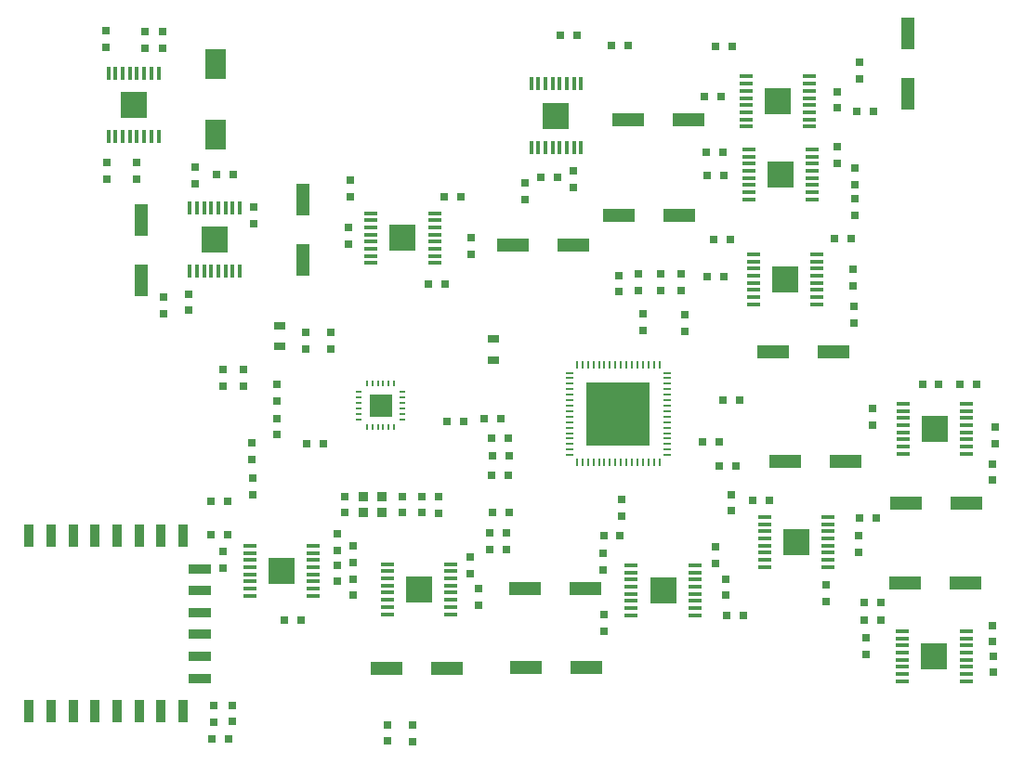
<source format=gtp>
G04 #@! TF.FileFunction,Paste,Top*
%FSLAX46Y46*%
G04 Gerber Fmt 4.6, Leading zero omitted, Abs format (unit mm)*
G04 Created by KiCad (PCBNEW 4.0.6-e0-6349~53~ubuntu16.04.1) date Sat Aug  5 15:27:13 2017*
%MOMM*%
%LPD*%
G01*
G04 APERTURE LIST*
%ADD10C,0.150000*%
%ADD11R,0.800608X0.719328*%
%ADD12R,0.800000X0.720000*%
%ADD13R,0.719328X0.800608*%
%ADD14R,0.720000X0.800000*%
%ADD15R,1.920240X2.800096*%
%ADD16R,1.117600X0.711200*%
%ADD17R,1.999488X1.999488*%
%ADD18O,0.199136X0.640080*%
%ADD19O,0.640080X0.199136*%
%ADD20R,0.200000X0.680000*%
%ADD21R,0.680000X0.200000*%
%ADD22R,5.720000X5.720000*%
%ADD23R,0.960000X0.880000*%
%ADD24R,0.800000X0.640000*%
%ADD25R,1.280160X2.879344*%
%ADD26R,2.879344X1.280160*%
%ADD27R,2.080000X0.880000*%
%ADD28R,0.880000X2.080000*%
%ADD29R,2.400000X2.400000*%
%ADD30R,1.200000X0.360000*%
%ADD31R,0.360000X1.200000*%
G04 APERTURE END LIST*
D10*
D11*
X132300000Y-99251840D03*
D12*
X132300000Y-97748160D03*
D11*
X130800000Y-99201840D03*
D12*
X130800000Y-97698160D03*
D11*
X129000000Y-99201840D03*
D12*
X129000000Y-97698160D03*
D11*
X123750000Y-99201840D03*
D12*
X123750000Y-97698160D03*
D11*
X122500000Y-82748160D03*
D12*
X122500000Y-84251840D03*
D13*
X113601840Y-68350000D03*
D14*
X112098160Y-68350000D03*
D11*
X129890000Y-120101840D03*
D12*
X129890000Y-118598160D03*
D11*
X149000000Y-99501840D03*
D12*
X149000000Y-97998160D03*
D13*
X156368160Y-92710000D03*
D14*
X157871840Y-92710000D03*
D13*
X136448160Y-90600000D03*
D14*
X137951840Y-90600000D03*
D13*
X159751840Y-88900000D03*
D14*
X158248160Y-88900000D03*
D15*
X112000000Y-58248800D03*
X112000000Y-64751200D03*
D16*
X137300000Y-85252500D03*
X137300000Y-83347500D03*
D11*
X120200000Y-82748160D03*
D12*
X120200000Y-84251840D03*
D13*
X134551840Y-90900000D03*
D14*
X133048160Y-90900000D03*
D11*
X154700000Y-81148160D03*
D12*
X154700000Y-82651840D03*
D11*
X148700000Y-77548160D03*
D12*
X148700000Y-79051840D03*
D11*
X154400000Y-78951840D03*
D12*
X154400000Y-77448160D03*
D11*
X150900000Y-81048160D03*
D12*
X150900000Y-82551840D03*
D11*
X124100000Y-73223160D03*
D12*
X124100000Y-74726840D03*
D11*
X110100000Y-69226840D03*
D12*
X110100000Y-67723160D03*
D11*
X107125000Y-55323160D03*
D12*
X107125000Y-56826840D03*
D13*
X141623160Y-68625000D03*
D14*
X143126840Y-68625000D03*
D11*
X124225000Y-70376840D03*
D12*
X124225000Y-68873160D03*
D11*
X105575000Y-56826840D03*
D12*
X105575000Y-55323160D03*
D11*
X144575000Y-68048160D03*
D12*
X144575000Y-69551840D03*
D11*
X115450000Y-72826840D03*
D12*
X115450000Y-71323160D03*
D13*
X132823160Y-70400000D03*
D14*
X134326840Y-70400000D03*
D11*
X102000000Y-56751840D03*
D12*
X102000000Y-55248160D03*
D11*
X140150000Y-70626840D03*
D12*
X140150000Y-69123160D03*
D11*
X168650000Y-62301840D03*
D12*
X168650000Y-60798160D03*
D11*
X170250000Y-69251840D03*
D12*
X170250000Y-67748160D03*
D11*
X170100000Y-78476840D03*
D12*
X170100000Y-76973160D03*
D11*
X170650000Y-58123160D03*
D12*
X170650000Y-59626840D03*
D11*
X168625000Y-67351840D03*
D12*
X168625000Y-65848160D03*
D11*
X171800000Y-89723160D03*
D12*
X171800000Y-91226840D03*
D13*
X168348160Y-74200000D03*
D14*
X169851840Y-74200000D03*
D13*
X176378160Y-87480000D03*
D14*
X177881840Y-87480000D03*
D13*
X171901840Y-62575000D03*
D14*
X170398160Y-62575000D03*
D11*
X170250000Y-70598160D03*
D12*
X170250000Y-72101840D03*
D11*
X170150000Y-81926840D03*
D12*
X170150000Y-80423160D03*
D13*
X181311840Y-87500000D03*
D14*
X179808160Y-87500000D03*
D11*
X182830000Y-113781840D03*
D12*
X182830000Y-112278160D03*
D11*
X170550000Y-102801840D03*
D12*
X170550000Y-101298160D03*
D11*
X158500000Y-106751840D03*
D12*
X158500000Y-105248160D03*
D11*
X182790000Y-110981840D03*
D12*
X182790000Y-109478160D03*
D11*
X135900000Y-107651840D03*
D12*
X135900000Y-106148160D03*
D13*
X170638160Y-99670000D03*
D14*
X172141840Y-99670000D03*
D11*
X157540000Y-103801840D03*
D12*
X157540000Y-102298160D03*
D11*
X135200000Y-104776840D03*
D12*
X135200000Y-103273160D03*
D13*
X171068160Y-107420000D03*
D14*
X172571840Y-107420000D03*
D11*
X167580000Y-107271840D03*
D12*
X167580000Y-105768160D03*
D13*
X160051840Y-108590000D03*
D14*
X158548160Y-108590000D03*
D11*
X147360000Y-109991840D03*
D12*
X147360000Y-108488160D03*
D16*
X117800000Y-82147500D03*
X117800000Y-84052500D03*
D13*
X138751840Y-99150000D03*
X137248160Y-99150000D03*
X138501840Y-101000000D03*
X136998160Y-101000000D03*
X138451840Y-102600000D03*
X136948160Y-102600000D03*
X120273160Y-92900000D03*
X121776840Y-92900000D03*
X157898160Y-94910000D03*
X159401840Y-94910000D03*
X138651840Y-92400000D03*
X137148160Y-92400000D03*
X138751840Y-94000000D03*
X137248160Y-94000000D03*
X138651840Y-95800000D03*
X137148160Y-95800000D03*
D11*
X117560000Y-89031840D03*
X117560000Y-87528160D03*
X117580000Y-90588160D03*
X117580000Y-92091840D03*
X115280000Y-94321840D03*
X115280000Y-92818160D03*
X115330000Y-96068160D03*
X115330000Y-97571840D03*
D13*
X113101840Y-98150000D03*
X111598160Y-98150000D03*
D11*
X127640000Y-118528160D03*
X127640000Y-120031840D03*
X112700000Y-87626840D03*
X112700000Y-86123160D03*
X114550000Y-86173160D03*
X114550000Y-87676840D03*
X109500000Y-80751840D03*
X109500000Y-79248160D03*
X135225000Y-74098160D03*
X135225000Y-75601840D03*
D13*
X143423160Y-55625000D03*
X144926840Y-55625000D03*
D11*
X107250000Y-79573160D03*
X107250000Y-81076840D03*
D13*
X131373160Y-78375000D03*
X132876840Y-78375000D03*
D11*
X104825000Y-67248160D03*
X104825000Y-68751840D03*
D13*
X148073160Y-56550000D03*
X149576840Y-56550000D03*
X158026840Y-61275000D03*
X156523160Y-61275000D03*
X158251840Y-68450000D03*
X156748160Y-68450000D03*
D11*
X102075000Y-67273160D03*
X102075000Y-68776840D03*
D13*
X158251840Y-77675000D03*
X156748160Y-77675000D03*
D11*
X183025000Y-91373160D03*
X183025000Y-92876840D03*
D13*
X159076840Y-56675000D03*
X157573160Y-56675000D03*
X156673160Y-66300000D03*
X158176840Y-66300000D03*
X158876840Y-74275000D03*
X157373160Y-74275000D03*
D11*
X182725000Y-96251840D03*
X182725000Y-94748160D03*
X171260000Y-112101840D03*
X171260000Y-110598160D03*
X158940000Y-99031840D03*
X158940000Y-97528160D03*
X147280000Y-104411840D03*
X147280000Y-102908160D03*
X124500000Y-106751840D03*
X124500000Y-105248160D03*
D13*
X172581840Y-108980000D03*
X171078160Y-108980000D03*
X162401840Y-98100000D03*
X160898160Y-98100000D03*
X148841840Y-101330000D03*
X147338160Y-101330000D03*
D11*
X124500000Y-102248160D03*
X124500000Y-103751840D03*
D17*
X127010000Y-89430000D03*
D18*
X125760320Y-91428980D03*
X126260700Y-91428980D03*
X126761080Y-91428980D03*
X127258920Y-91428980D03*
X127759300Y-91428980D03*
X128259680Y-91428980D03*
D19*
X129008980Y-90679680D03*
X129008980Y-90179300D03*
X129008980Y-89678920D03*
X129008980Y-89181080D03*
X129008980Y-88680700D03*
X129008980Y-88180320D03*
D18*
X128259680Y-87431020D03*
X127759300Y-87431020D03*
X127258920Y-87431020D03*
X126761080Y-87431020D03*
X126260700Y-87431020D03*
X125760320Y-87431020D03*
D19*
X125011020Y-88180320D03*
X125011020Y-88680700D03*
X125011020Y-89181080D03*
X125011020Y-89678920D03*
X125011020Y-90179300D03*
X125011020Y-90679680D03*
D20*
X151910000Y-94640000D03*
X152410000Y-94640000D03*
X148910000Y-94640000D03*
X149410000Y-94640000D03*
X150410000Y-94640000D03*
X149910000Y-94640000D03*
X151410000Y-94640000D03*
X150910000Y-94640000D03*
X146910000Y-94640000D03*
X147410000Y-94640000D03*
X148410000Y-94640000D03*
X147910000Y-94640000D03*
X145910000Y-94640000D03*
X146410000Y-94640000D03*
X145410000Y-94640000D03*
X144910000Y-94640000D03*
D21*
X144210000Y-93940000D03*
X144210000Y-93440000D03*
X144210000Y-92440000D03*
X144210000Y-92940000D03*
X144210000Y-90940000D03*
X144210000Y-90440000D03*
X144210000Y-91440000D03*
X144210000Y-91940000D03*
X144210000Y-87940000D03*
X144210000Y-87440000D03*
X144210000Y-88940000D03*
X144210000Y-88440000D03*
X144210000Y-89440000D03*
X144210000Y-89940000D03*
X144210000Y-86440000D03*
X144210000Y-86940000D03*
D20*
X144910000Y-85740000D03*
X145410000Y-85740000D03*
X146410000Y-85740000D03*
X145910000Y-85740000D03*
X147910000Y-85740000D03*
X148410000Y-85740000D03*
X147410000Y-85740000D03*
X146910000Y-85740000D03*
X150910000Y-85740000D03*
X151410000Y-85740000D03*
X149910000Y-85740000D03*
X150410000Y-85740000D03*
X149410000Y-85740000D03*
X148910000Y-85740000D03*
X152410000Y-85740000D03*
X151910000Y-85740000D03*
D21*
X153110000Y-86940000D03*
X153110000Y-86440000D03*
X153110000Y-89940000D03*
X153110000Y-89440000D03*
X153110000Y-88440000D03*
X153110000Y-88920000D03*
X153110000Y-87440000D03*
X153110000Y-87940000D03*
X153110000Y-91940000D03*
X153110000Y-91440000D03*
X153110000Y-90440000D03*
X153110000Y-90940000D03*
X153110000Y-92940000D03*
X153110000Y-92440000D03*
X153110000Y-93440000D03*
X153110000Y-93940000D03*
D22*
X148660000Y-90190000D03*
D23*
X127150000Y-97750000D03*
X125450000Y-97750000D03*
X127150000Y-99150000D03*
X125450000Y-99150000D03*
D24*
X150500000Y-78950000D03*
X152500000Y-78950000D03*
X150500000Y-77450000D03*
X152500000Y-77450000D03*
D13*
X111648160Y-119800000D03*
D14*
X113151840Y-119800000D03*
D11*
X111775000Y-118276840D03*
D12*
X111775000Y-116773160D03*
D11*
X113500000Y-116748160D03*
X113500000Y-118251840D03*
X123050000Y-105476840D03*
D12*
X123050000Y-103973160D03*
D11*
X123050000Y-102626840D03*
D12*
X123050000Y-101123160D03*
D13*
X118248160Y-109000000D03*
D14*
X119751840Y-109000000D03*
D11*
X112675000Y-104251840D03*
X112675000Y-102748160D03*
D13*
X113076840Y-101175000D03*
X111573160Y-101175000D03*
D25*
X105175000Y-72549180D03*
X105175000Y-78050820D03*
D26*
X133050820Y-113400000D03*
X127549180Y-113400000D03*
D25*
X119900000Y-70674180D03*
X119900000Y-76175820D03*
D26*
X139049180Y-74775000D03*
X144550820Y-74775000D03*
X149599180Y-63400000D03*
X155100820Y-63400000D03*
D25*
X175050000Y-55524180D03*
X175050000Y-61025820D03*
D26*
X154225820Y-72050000D03*
X148724180Y-72050000D03*
X168250820Y-84500000D03*
X162749180Y-84500000D03*
X180400820Y-98325000D03*
X174899180Y-98325000D03*
X180280820Y-105590000D03*
X174779180Y-105590000D03*
X163859180Y-94490000D03*
X169360820Y-94490000D03*
X145660820Y-106140000D03*
X140159180Y-106140000D03*
X145780820Y-113310000D03*
X140279180Y-113310000D03*
D27*
X110500000Y-104300000D03*
X110500000Y-106300000D03*
X110500000Y-108300000D03*
X110500000Y-114300000D03*
X110500000Y-112300000D03*
X110500000Y-110300000D03*
D28*
X95000000Y-101300000D03*
X97000000Y-101300000D03*
X101000000Y-101300000D03*
X99000000Y-101300000D03*
X107000000Y-101300000D03*
X109000000Y-101300000D03*
X105000000Y-101300000D03*
X103000000Y-101300000D03*
X103000000Y-117300000D03*
X105000000Y-117300000D03*
X109000000Y-117300000D03*
X107000000Y-117300000D03*
X99000000Y-117300000D03*
X101000000Y-117300000D03*
X97000000Y-117300000D03*
X95000000Y-117300000D03*
D29*
X118000000Y-104500000D03*
D30*
X120900000Y-102875000D03*
X120900000Y-102225000D03*
X120900000Y-103525000D03*
X120900000Y-104175000D03*
X120900000Y-106775000D03*
X120900000Y-106125000D03*
X120900000Y-104825000D03*
X120900000Y-105475000D03*
X115100000Y-105475000D03*
X115100000Y-104825000D03*
X115100000Y-106125000D03*
X115100000Y-106775000D03*
X115100000Y-104175000D03*
X115100000Y-103525000D03*
X115100000Y-102225000D03*
X115100000Y-102875000D03*
D29*
X130525000Y-106175000D03*
D30*
X133425000Y-104550000D03*
X133425000Y-103900000D03*
X133425000Y-105200000D03*
X133425000Y-105850000D03*
X133425000Y-108450000D03*
X133425000Y-107800000D03*
X133425000Y-106500000D03*
X133425000Y-107150000D03*
X127625000Y-107150000D03*
X127625000Y-106500000D03*
X127625000Y-107800000D03*
X127625000Y-108450000D03*
X127625000Y-105850000D03*
X127625000Y-105200000D03*
X127625000Y-103900000D03*
X127625000Y-104550000D03*
D29*
X152750000Y-106270000D03*
D30*
X155650000Y-104645000D03*
X155650000Y-103995000D03*
X155650000Y-105295000D03*
X155650000Y-105945000D03*
X155650000Y-108545000D03*
X155650000Y-107895000D03*
X155650000Y-106595000D03*
X155650000Y-107245000D03*
X149850000Y-107245000D03*
X149850000Y-106595000D03*
X149850000Y-107895000D03*
X149850000Y-108545000D03*
X149850000Y-105945000D03*
X149850000Y-105295000D03*
X149850000Y-103995000D03*
X149850000Y-104645000D03*
D29*
X164900000Y-101880000D03*
D30*
X167800000Y-100255000D03*
X167800000Y-99605000D03*
X167800000Y-100905000D03*
X167800000Y-101555000D03*
X167800000Y-104155000D03*
X167800000Y-103505000D03*
X167800000Y-102205000D03*
X167800000Y-102855000D03*
X162000000Y-102855000D03*
X162000000Y-102205000D03*
X162000000Y-103505000D03*
X162000000Y-104155000D03*
X162000000Y-101555000D03*
X162000000Y-100905000D03*
X162000000Y-99605000D03*
X162000000Y-100255000D03*
D29*
X177450000Y-112290000D03*
D30*
X180350000Y-110665000D03*
X180350000Y-110015000D03*
X180350000Y-111315000D03*
X180350000Y-111965000D03*
X180350000Y-114565000D03*
X180350000Y-113915000D03*
X180350000Y-112615000D03*
X180350000Y-113265000D03*
X174550000Y-113265000D03*
X174550000Y-112615000D03*
X174550000Y-113915000D03*
X174550000Y-114565000D03*
X174550000Y-111965000D03*
X174550000Y-111315000D03*
X174550000Y-110015000D03*
X174550000Y-110665000D03*
D29*
X177500000Y-91550000D03*
D30*
X174600000Y-93175000D03*
X174600000Y-93825000D03*
X174600000Y-92525000D03*
X174600000Y-91875000D03*
X174600000Y-89275000D03*
X174600000Y-89925000D03*
X174600000Y-91225000D03*
X174600000Y-90575000D03*
X180400000Y-90575000D03*
X180400000Y-91225000D03*
X180400000Y-89925000D03*
X180400000Y-89275000D03*
X180400000Y-91875000D03*
X180400000Y-92525000D03*
X180400000Y-93825000D03*
X180400000Y-93175000D03*
D29*
X163900000Y-77900000D03*
D30*
X166800000Y-76275000D03*
X166800000Y-75625000D03*
X166800000Y-76925000D03*
X166800000Y-77575000D03*
X166800000Y-80175000D03*
X166800000Y-79525000D03*
X166800000Y-78225000D03*
X166800000Y-78875000D03*
X161000000Y-78875000D03*
X161000000Y-78225000D03*
X161000000Y-79525000D03*
X161000000Y-80175000D03*
X161000000Y-77575000D03*
X161000000Y-76925000D03*
X161000000Y-75625000D03*
X161000000Y-76275000D03*
D29*
X163475000Y-68350000D03*
D30*
X166375000Y-66725000D03*
X166375000Y-66075000D03*
X166375000Y-67375000D03*
X166375000Y-68025000D03*
X166375000Y-70625000D03*
X166375000Y-69975000D03*
X166375000Y-68675000D03*
X166375000Y-69325000D03*
X160575000Y-69325000D03*
X160575000Y-68675000D03*
X160575000Y-69975000D03*
X160575000Y-70625000D03*
X160575000Y-68025000D03*
X160575000Y-67375000D03*
X160575000Y-66075000D03*
X160575000Y-66725000D03*
D29*
X163200000Y-61700000D03*
D30*
X166100000Y-60075000D03*
X166100000Y-59425000D03*
X166100000Y-60725000D03*
X166100000Y-61375000D03*
X166100000Y-63975000D03*
X166100000Y-63325000D03*
X166100000Y-62025000D03*
X166100000Y-62675000D03*
X160300000Y-62675000D03*
X160300000Y-62025000D03*
X160300000Y-63325000D03*
X160300000Y-63975000D03*
X160300000Y-61375000D03*
X160300000Y-60725000D03*
X160300000Y-59425000D03*
X160300000Y-60075000D03*
D29*
X143000000Y-63000000D03*
D31*
X144625000Y-65900000D03*
X145275000Y-65900000D03*
X143975000Y-65900000D03*
X143325000Y-65900000D03*
X140725000Y-65900000D03*
X141375000Y-65900000D03*
X142675000Y-65900000D03*
X142025000Y-65900000D03*
X142025000Y-60100000D03*
X142675000Y-60100000D03*
X141375000Y-60100000D03*
X140725000Y-60100000D03*
X143325000Y-60100000D03*
X143975000Y-60100000D03*
X145275000Y-60100000D03*
X144625000Y-60100000D03*
D29*
X129025000Y-74150000D03*
D30*
X126125000Y-75775000D03*
X126125000Y-76425000D03*
X126125000Y-75125000D03*
X126125000Y-74475000D03*
X126125000Y-71875000D03*
X126125000Y-72525000D03*
X126125000Y-73825000D03*
X126125000Y-73175000D03*
X131925000Y-73175000D03*
X131925000Y-73825000D03*
X131925000Y-72525000D03*
X131925000Y-71875000D03*
X131925000Y-74475000D03*
X131925000Y-75125000D03*
X131925000Y-76425000D03*
X131925000Y-75775000D03*
D29*
X111900000Y-74300000D03*
D31*
X110275000Y-71400000D03*
X109625000Y-71400000D03*
X110925000Y-71400000D03*
X111575000Y-71400000D03*
X114175000Y-71400000D03*
X113525000Y-71400000D03*
X112225000Y-71400000D03*
X112875000Y-71400000D03*
X112875000Y-77200000D03*
X112225000Y-77200000D03*
X113525000Y-77200000D03*
X114175000Y-77200000D03*
X111575000Y-77200000D03*
X110925000Y-77200000D03*
X109625000Y-77200000D03*
X110275000Y-77200000D03*
D29*
X104500000Y-62000000D03*
D31*
X102875000Y-59100000D03*
X102225000Y-59100000D03*
X103525000Y-59100000D03*
X104175000Y-59100000D03*
X106775000Y-59100000D03*
X106125000Y-59100000D03*
X104825000Y-59100000D03*
X105475000Y-59100000D03*
X105475000Y-64900000D03*
X104825000Y-64900000D03*
X106125000Y-64900000D03*
X106775000Y-64900000D03*
X104175000Y-64900000D03*
X103525000Y-64900000D03*
X102225000Y-64900000D03*
X102875000Y-64900000D03*
M02*

</source>
